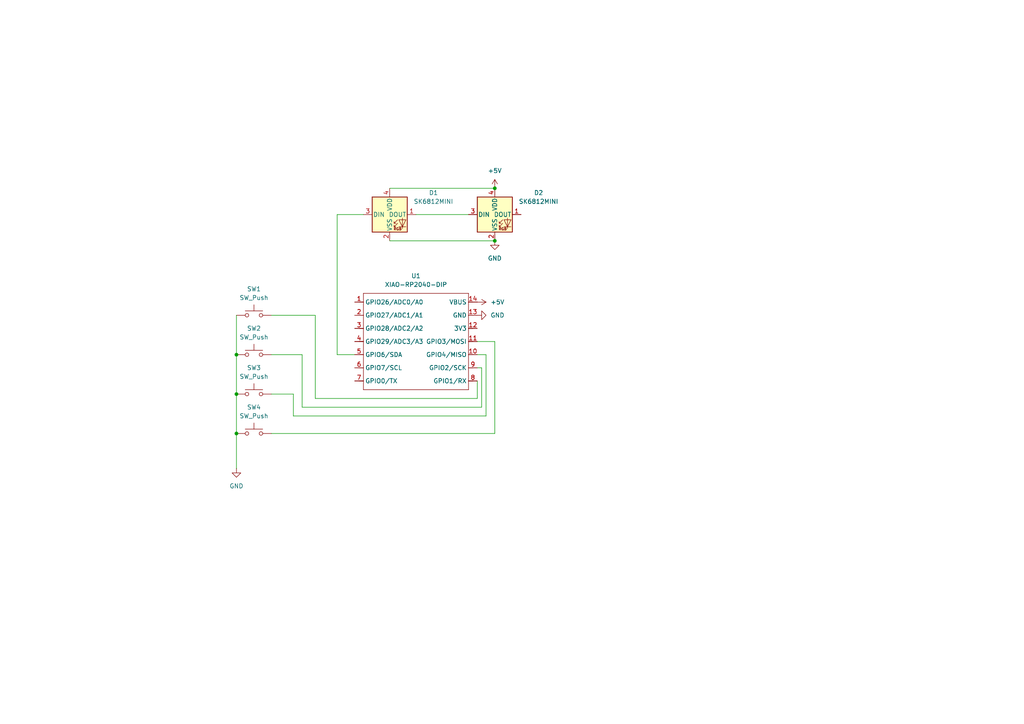
<source format=kicad_sch>
(kicad_sch (version 20231120) (generator "eeschema") (generator_version "8.0")
  (paper "A4")
  (lib_symbols
    (symbol "LED:SK6812MINI" (pin_names (offset 0.254))
      (property "Reference" "D" (at 5.08 5.715 0))
      (property "Value" "SK6812MINI" (at 1.27 -5.715 0))
      (symbol "SK6812MINI_0_0"
        (text "RGB" (at 2.286 -4.191 0) (effects (font (size 0.762 0.762))))
      )
      (symbol "SK6812MINI_0_1"
        (polyline (pts (xy 1.27 -3.556) (xy 1.778 -3.556)))
        (polyline (pts (xy 1.27 -2.54) (xy 1.778 -2.54)))
        (polyline (pts (xy 4.699 -3.556) (xy 2.667 -3.556)))
        (polyline (pts (xy 2.286 -2.54) (xy 1.27 -3.556) (xy 1.27 -3.048)))
        (polyline (pts (xy 2.286 -1.524) (xy 1.27 -2.54) (xy 1.27 -2.032)))
        (polyline (pts (xy 3.683 -1.016) (xy 3.683 -3.556) (xy 3.683 -4.064)))
        (polyline (pts (xy 4.699 -1.524) (xy 2.667 -1.524) (xy 3.683 -3.556) (xy 4.699 -1.524)))
        (rectangle (start 5.08 5.08) (end -5.08 -5.08) (stroke (width 0.254)) (fill (type background)))
      )
      (symbol "SK6812MINI_1_1"
        (pin output line (at 7.62 0 180) (length 2.54) (name "DOUT") (number "1"))
        (pin power_in line (at 0 -7.62 90) (length 2.54) (name "VSS") (number "2"))
        (pin input line (at -7.62 0 0) (length 2.54) (name "DIN") (number "3"))
        (pin power_in line (at 0 7.62 270) (length 2.54) (name "VDD") (number "4"))
      )
    )
    (symbol "OPL:XIAO-RP2040-DIP"
      (property "Reference" "U" (at 0 0 0))
      (property "Value" "XIAO-RP2040-DIP" (at 5.334 -1.778 0))
      (symbol "XIAO-RP2040-DIP_1_0"
        (polyline (pts (xy -1.27 -30.48) (xy -1.27 -16.51)) (stroke (width 0.1524)))
        (polyline (pts (xy -1.27 -27.94) (xy -2.54 -27.94)) (stroke (width 0.1524)))
        (polyline (pts (xy -1.27 -24.13) (xy -2.54 -24.13)) (stroke (width 0.1524)))
        (polyline (pts (xy -1.27 -20.32) (xy -2.54 -20.32)) (stroke (width 0.1524)))
        (polyline (pts (xy -1.27 -16.51) (xy -2.54 -16.51)) (stroke (width 0.1524)))
        (polyline (pts (xy -1.27 -16.51) (xy -1.27 -12.7)) (stroke (width 0.1524)))
        (polyline (pts (xy -1.27 -12.7) (xy -2.54 -12.7)) (stroke (width 0.1524)))
        (polyline (pts (xy -1.27 -12.7) (xy -1.27 -8.89)) (stroke (width 0.1524)))
        (polyline (pts (xy -1.27 -8.89) (xy -2.54 -8.89)) (stroke (width 0.1524)))
        (polyline (pts (xy -1.27 -8.89) (xy -1.27 -5.08)) (stroke (width 0.1524)))
        (polyline (pts (xy -1.27 -5.08) (xy -2.54 -5.08)) (stroke (width 0.1524)))
        (polyline (pts (xy -1.27 -5.08) (xy -1.27 -2.54)) (stroke (width 0.1524)))
        (polyline (pts (xy -1.27 -2.54) (xy 29.21 -2.54)) (stroke (width 0.1524)))
        (polyline (pts (xy 29.21 -30.48) (xy -1.27 -30.48)) (stroke (width 0.1524)))
        (polyline (pts (xy 29.21 -12.7) (xy 29.21 -30.48)) (stroke (width 0.1524)))
        (polyline (pts (xy 29.21 -8.89) (xy 29.21 -12.7)) (stroke (width 0.1524)))
        (polyline (pts (xy 29.21 -5.08) (xy 29.21 -8.89)) (stroke (width 0.1524)))
        (polyline (pts (xy 29.21 -2.54) (xy 29.21 -5.08)) (stroke (width 0.1524)))
        (polyline (pts (xy 30.48 -27.94) (xy 29.21 -27.94)) (stroke (width 0.1524)))
        (polyline (pts (xy 30.48 -24.13) (xy 29.21 -24.13)) (stroke (width 0.1524)))
        (polyline (pts (xy 30.48 -20.32) (xy 29.21 -20.32)) (stroke (width 0.1524)))
        (polyline (pts (xy 30.48 -16.51) (xy 29.21 -16.51)) (stroke (width 0.1524)))
        (polyline (pts (xy 30.48 -12.7) (xy 29.21 -12.7)) (stroke (width 0.1524)))
        (polyline (pts (xy 30.48 -8.89) (xy 29.21 -8.89)) (stroke (width 0.1524)))
        (polyline (pts (xy 30.48 -5.08) (xy 29.21 -5.08)) (stroke (width 0.1524)))
        (pin passive line (at -3.81 -5.08 0) (length 2.54) (name "GPIO26/ADC0/A0") (number "1"))
        (pin passive line (at 31.75 -20.32 180) (length 2.54) (name "GPIO4/MISO") (number "10"))
        (pin passive line (at 31.75 -16.51 180) (length 2.54) (name "GPIO3/MOSI") (number "11"))
        (pin passive line (at 31.75 -12.7 180) (length 2.54) (name "3V3") (number "12"))
        (pin passive line (at 31.75 -8.89 180) (length 2.54) (name "GND") (number "13"))
        (pin passive line (at 31.75 -5.08 180) (length 2.54) (name "VBUS") (number "14"))
        (pin passive line (at -3.81 -8.89 0) (length 2.54) (name "GPIO27/ADC1/A1") (number "2"))
        (pin passive line (at -3.81 -12.7 0) (length 2.54) (name "GPIO28/ADC2/A2") (number "3"))
        (pin passive line (at -3.81 -16.51 0) (length 2.54) (name "GPIO29/ADC3/A3") (number "4"))
        (pin passive line (at -3.81 -20.32 0) (length 2.54) (name "GPIO6/SDA") (number "5"))
        (pin passive line (at -3.81 -24.13 0) (length 2.54) (name "GPIO7/SCL") (number "6"))
        (pin passive line (at -3.81 -27.94 0) (length 2.54) (name "GPIO0/TX") (number "7"))
        (pin passive line (at 31.75 -27.94 180) (length 2.54) (name "GPIO1/RX") (number "8"))
        (pin passive line (at 31.75 -24.13 180) (length 2.54) (name "GPIO2/SCK") (number "9"))
      )
    )
    (symbol "Switch:SW_Push" (pin_numbers hide) (pin_names (offset 1.016) hide)
      (property "Reference" "SW" (at 1.27 2.54 0))
      (property "Value" "SW_Push" (at 0 -1.524 0))
      (symbol "SW_Push_0_1"
        (circle (center -2.032 0) (radius 0.508))
        (polyline (pts (xy 0 1.27) (xy 0 3.048)))
        (polyline (pts (xy 2.54 1.27) (xy -2.54 1.27)))
        (circle (center 2.032 0) (radius 0.508))
        (pin passive line (at -5.08 0 0) (length 2.54) (name "1") (number "1"))
        (pin passive line (at 5.08 0 180) (length 2.54) (name "2") (number "2"))
      )
    )
    (symbol "power:+5V" (power) (pin_numbers hide) (pin_names (offset 0) hide)
      (property "Value" "+5V" (at 0 3.556 0))
      (symbol "+5V_0_1"
        (polyline (pts (xy -0.762 1.27) (xy 0 2.54)))
        (polyline (pts (xy 0 0) (xy 0 2.54)))
        (polyline (pts (xy 0 2.54) (xy 0.762 1.27)))
      )
      (symbol "+5V_1_1"
        (pin power_in line (at 0 0 90) (length 0) (name "~") (number "1"))
      )
    )
    (symbol "power:GND" (power) (pin_numbers hide) (pin_names (offset 0) hide)
      (property "Value" "GND" (at 0 -3.81 0))
      (symbol "GND_0_1"
        (polyline (pts (xy 0 0) (xy 0 -1.27) (xy 1.27 -1.27) (xy 0 -2.54) (xy -1.27 -1.27) (xy 0 -1.27)))
      )
      (symbol "GND_1_1"
        (pin power_in line (at 0 0 270) (length 0) (name "~") (number "1"))
      )
    )
  )
  (junction (at 68.58 125.73))
  (junction (at 68.58 114.3))
  (junction (at 143.51 69.85))
  (junction (at 68.58 102.87))
  (junction (at 143.51 54.61))
  (wire (pts (xy 85.09 120.65) (xy 140.97 120.65)))
  (wire (pts (xy 138.43 110.49) (xy 138.43 115.57)))
  (wire (pts (xy 105.41 62.23) (xy 97.79 62.23)))
  (wire (pts (xy 68.58 91.44) (xy 68.58 102.87)))
  (wire (pts (xy 143.51 125.73) (xy 78.74 125.73)))
  (wire (pts (xy 138.43 106.68) (xy 139.7 106.68)))
  (wire (pts (xy 138.43 115.57) (xy 91.44 115.57)))
  (wire (pts (xy 87.63 102.87) (xy 78.74 102.87)))
  (wire (pts (xy 138.43 99.06) (xy 143.51 99.06)))
  (wire (pts (xy 68.58 125.73) (xy 68.58 135.89)))
  (wire (pts (xy 140.97 102.87) (xy 138.43 102.87)))
  (wire (pts (xy 68.58 102.87) (xy 68.58 114.3)))
  (wire (pts (xy 113.03 69.85) (xy 143.51 69.85)))
  (wire (pts (xy 68.58 114.3) (xy 68.58 125.73)))
  (wire (pts (xy 97.79 102.87) (xy 102.87 102.87)))
  (wire (pts (xy 91.44 115.57) (xy 91.44 91.44)))
  (wire (pts (xy 87.63 118.11) (xy 87.63 102.87)))
  (wire (pts (xy 91.44 91.44) (xy 78.74 91.44)))
  (wire (pts (xy 85.09 114.3) (xy 85.09 120.65)))
  (wire (pts (xy 113.03 54.61) (xy 143.51 54.61)))
  (wire (pts (xy 78.74 114.3) (xy 85.09 114.3)))
  (wire (pts (xy 139.7 118.11) (xy 87.63 118.11)))
  (wire (pts (xy 139.7 106.68) (xy 139.7 118.11)))
  (wire (pts (xy 140.97 120.65) (xy 140.97 102.87)))
  (wire (pts (xy 143.51 99.06) (xy 143.51 125.73)))
  (wire (pts (xy 120.65 62.23) (xy 135.89 62.23)))
  (wire (pts (xy 97.79 62.23) (xy 97.79 102.87)))
  (symbol (lib_id "Switch:SW_Push") (at 73.66 114.3 0) (unit 1)
    (property "Reference" "SW3" (at 73.66 106.68 0))
    (property "Value" "SW_Push" (at 73.66 109.22 0))
    (property "Footprint" "Button_Switch_Keyboard:SW_Cherry_MX_1.00u_PCB" (effects (hide yes)))
    (property "Description" "Push button switch, generic, two pins" (effects (hide yes)))
  )
  (symbol (lib_id "LED:SK6812MINI") (at 143.51 62.23 0) (unit 1)
    (property "Reference" "D2" (at 156.21 55.9114 0))
    (property "Value" "SK6812MINI" (at 156.21 58.4514 0))
    (property "Footprint" "LED_SMD:LED_SK6812MINI_PLCC4_3.5x3.5mm_P1.75mm" (effects (hide yes)))
    (property "Datasheet" "https://cdn-shop.adafruit.com/product-files/2686/SK6812MINI_REV.01-1-2.pdf" (effects (hide yes)))
    (property "Description" "RGB LED with integrated controller" (effects (hide yes)))
  )
  (symbol (lib_id "LED:SK6812MINI") (at 113.03 62.23 0) (unit 1)
    (property "Reference" "D1" (at 125.73 55.9114 0))
    (property "Value" "SK6812MINI" (at 125.73 58.4514 0))
    (property "Footprint" "LED_SMD:LED_SK6812MINI_PLCC4_3.5x3.5mm_P1.75mm" (effects (hide yes)))
    (property "Datasheet" "https://cdn-shop.adafruit.com/product-files/2686/SK6812MINI_REV.01-1-2.pdf" (effects (hide yes)))
    (property "Description" "RGB LED with integrated controller" (effects (hide yes)))
  )
  (symbol (lib_id "OPL:XIAO-RP2040-DIP") (at 106.68 82.55 0) (unit 1)
    (property "Reference" "U1" (at 120.65 80.01 0))
    (property "Value" "XIAO-RP2040-DIP" (at 120.65 82.55 0))
    (property "Footprint" "OPL:XIAO-RP2040-DIP" (effects (hide yes)))
  )
  (symbol (lib_id "power:+5V") (at 138.43 87.63 270) (unit 1)
    (property "Reference" "#PWR03" (effects (hide yes)))
    (property "Value" "+5V" (at 142.24 87.6299 90) (effects (justify left)))
    (property "Description" "Power symbol creates a global label with name \"+5V\"" (effects (hide yes)))
  )
  (symbol (lib_id "Switch:SW_Push") (at 73.66 125.73 0) (unit 1)
    (property "Reference" "SW4" (at 73.66 118.11 0))
    (property "Value" "SW_Push" (at 73.66 120.65 0))
    (property "Footprint" "Button_Switch_Keyboard:SW_Cherry_MX_1.00u_PCB" (effects (hide yes)))
    (property "Description" "Push button switch, generic, two pins" (effects (hide yes)))
  )
  (symbol (lib_id "power:GND") (at 143.51 69.85 0) (unit 1)
    (property "Reference" "#PWR04" (effects (hide yes)))
    (property "Value" "GND" (at 143.51 74.93 0))
    (property "Description" "Power symbol creates a global label with name \"GND\" , ground" (effects (hide yes)))
  )
  (symbol (lib_id "Switch:SW_Push") (at 73.66 102.87 0) (unit 1)
    (property "Reference" "SW2" (at 73.66 95.25 0))
    (property "Value" "SW_Push" (at 73.66 97.79 0))
    (property "Footprint" "Button_Switch_Keyboard:SW_Cherry_MX_1.00u_PCB" (effects (hide yes)))
    (property "Description" "Push button switch, generic, two pins" (effects (hide yes)))
  )
  (symbol (lib_id "power:+5V") (at 143.51 54.61 0) (unit 1)
    (property "Reference" "#PWR05" (effects (hide yes)))
    (property "Value" "+5V" (at 143.51 49.53 0))
    (property "Description" "Power symbol creates a global label with name \"+5V\"" (effects (hide yes)))
  )
  (symbol (lib_id "Switch:SW_Push") (at 73.66 91.44 0) (unit 1)
    (property "Reference" "SW1" (at 73.66 83.82 0))
    (property "Value" "SW_Push" (at 73.66 86.36 0))
    (property "Footprint" "Button_Switch_Keyboard:SW_Cherry_MX_1.00u_PCB" (effects (hide yes)))
    (property "Description" "Push button switch, generic, two pins" (effects (hide yes)))
  )
  (symbol (lib_id "power:GND") (at 68.58 135.89 0) (unit 1)
    (property "Reference" "#PWR01" (effects (hide yes)))
    (property "Value" "GND" (at 68.58 140.97 0))
    (property "Description" "Power symbol creates a global label with name \"GND\" , ground" (effects (hide yes)))
  )
  (symbol (lib_id "power:GND") (at 138.43 91.44 90) (unit 1)
    (property "Reference" "#PWR02" (effects (hide yes)))
    (property "Value" "GND" (at 142.24 91.4399 90) (effects (justify right)))
    (property "Description" "Power symbol creates a global label with name \"GND\" , ground" (effects (hide yes)))
  )
)
</source>
